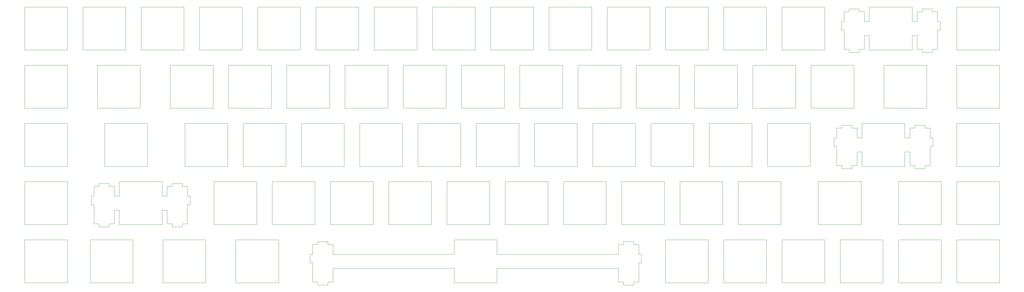
<source format=gbr>
G04 #@! TF.FileFunction,Other,ECO2*
%FSLAX46Y46*%
G04 Gerber Fmt 4.6, Leading zero omitted, Abs format (unit mm)*
G04 Created by KiCad (PCBNEW 4.0.2-stable) date Wednesday, August 24, 2016 'PMt' 02:45:41 PM*
%MOMM*%
G01*
G04 APERTURE LIST*
%ADD10C,0.020000*%
%ADD11C,0.100000*%
G04 APERTURE END LIST*
D10*
D11*
X406554200Y-169403200D02*
X406554200Y-155402500D01*
X420555200Y-169403200D02*
X406554200Y-169403200D01*
X420555200Y-155402500D02*
X420555200Y-169403200D01*
X406554200Y-155402500D02*
X420555200Y-155402500D01*
X349404200Y-169403200D02*
X349404200Y-155402500D01*
X363405200Y-169403200D02*
X349404200Y-169403200D01*
X363405200Y-155402500D02*
X363405200Y-169403200D01*
X349404200Y-155402500D02*
X363405200Y-155402500D01*
X330354200Y-169403200D02*
X330354200Y-155402500D01*
X344355200Y-169403200D02*
X330354200Y-169403200D01*
X344355200Y-155402500D02*
X344355200Y-169403200D01*
X330354200Y-155402500D02*
X344355200Y-155402500D01*
X311304200Y-169403200D02*
X311304200Y-155402500D01*
X325305200Y-169403200D02*
X311304200Y-169403200D01*
X325305200Y-155402500D02*
X325305200Y-169403200D01*
X311304200Y-155402500D02*
X325305200Y-155402500D01*
X292254200Y-169403200D02*
X292254200Y-155402500D01*
X306255200Y-169403200D02*
X292254200Y-169403200D01*
X306255200Y-155402500D02*
X306255200Y-169403200D01*
X292254200Y-155402500D02*
X306255200Y-155402500D01*
X273204200Y-169403200D02*
X273204200Y-155402500D01*
X287205200Y-169403200D02*
X273204200Y-169403200D01*
X287205200Y-155402500D02*
X287205200Y-169403200D01*
X273204200Y-155402500D02*
X287205200Y-155402500D01*
X254154200Y-169403200D02*
X254154200Y-155402500D01*
X268155200Y-169403200D02*
X254154200Y-169403200D01*
X268155200Y-155402500D02*
X268155200Y-169403200D01*
X254154200Y-155402500D02*
X268155200Y-155402500D01*
X235104200Y-169403200D02*
X235104200Y-155402500D01*
X249105200Y-169403200D02*
X235104200Y-169403200D01*
X249105200Y-155402500D02*
X249105200Y-169403200D01*
X235104200Y-155402500D02*
X249105200Y-155402500D01*
X216054200Y-169403200D02*
X216054200Y-155402500D01*
X230055200Y-169403200D02*
X216054200Y-169403200D01*
X230055200Y-155402500D02*
X230055200Y-169403200D01*
X216054200Y-155402500D02*
X230055200Y-155402500D01*
X197004500Y-169403200D02*
X197004500Y-155402500D01*
X211004200Y-169403200D02*
X197004500Y-169403200D01*
X211004200Y-155402500D02*
X211004200Y-169403200D01*
X197004500Y-155402500D02*
X211004200Y-155402500D01*
X177954500Y-169403200D02*
X177954500Y-155402500D01*
X191955200Y-169403200D02*
X177954500Y-169403200D01*
X191955200Y-155402500D02*
X191955200Y-169403200D01*
X177954500Y-155402500D02*
X191955200Y-155402500D01*
X158904500Y-169403200D02*
X158904500Y-155402500D01*
X172905200Y-169403200D02*
X158904500Y-169403200D01*
X172905200Y-155402500D02*
X172905200Y-169403200D01*
X158904500Y-155402500D02*
X172905200Y-155402500D01*
X139854500Y-169403200D02*
X139854500Y-155402500D01*
X153855200Y-169403200D02*
X139854500Y-169403200D01*
X153855200Y-155402500D02*
X153855200Y-169403200D01*
X139854500Y-155402500D02*
X153855200Y-155402500D01*
X120804500Y-169403200D02*
X120804500Y-155402500D01*
X134805200Y-169403200D02*
X120804500Y-169403200D01*
X134805200Y-155402500D02*
X134805200Y-169403200D01*
X120804500Y-155402500D02*
X134805200Y-155402500D01*
X101754470Y-169403200D02*
X101754470Y-155402500D01*
X115755400Y-169403200D02*
X101754470Y-169403200D01*
X115755400Y-155402500D02*
X115755400Y-169403200D01*
X101754470Y-155402500D02*
X115755400Y-155402500D01*
X391980200Y-155402500D02*
X377979200Y-155402500D01*
X391980200Y-160102900D02*
X391980200Y-155402500D01*
X393605200Y-160102900D02*
X391980200Y-160102900D01*
X393605200Y-156872900D02*
X393605200Y-160102900D01*
X395279200Y-156872900D02*
X393605200Y-156872900D01*
X395279200Y-155952100D02*
X395279200Y-156872900D01*
X398579200Y-155952100D02*
X395279200Y-155952100D01*
X398579200Y-156872900D02*
X398579200Y-155952100D01*
X400255200Y-156872900D02*
X398579200Y-156872900D01*
X400255200Y-160102900D02*
X400255200Y-156872900D01*
X401130200Y-160102900D02*
X400255200Y-160102900D01*
X401130200Y-162902900D02*
X401130200Y-160102900D01*
X400255200Y-162902900D02*
X401130200Y-162902900D01*
X400255200Y-169173200D02*
X400255200Y-162902900D01*
X398579200Y-169173200D02*
X400255200Y-169173200D01*
X398579200Y-170152800D02*
X398579200Y-169173200D01*
X395279200Y-170152800D02*
X398579200Y-170152800D01*
X395279200Y-169173200D02*
X395279200Y-170152800D01*
X393605200Y-169173200D02*
X395279200Y-169173200D01*
X393605200Y-164702800D02*
X393605200Y-169173200D01*
X391980200Y-164702800D02*
X393605200Y-164702800D01*
X391980200Y-169403200D02*
X391980200Y-164702800D01*
X377979200Y-169403200D02*
X391980200Y-169403200D01*
X377979200Y-164702800D02*
X377979200Y-169403200D01*
X376354200Y-164702800D02*
X377979200Y-164702800D01*
X376354200Y-169173200D02*
X376354200Y-164702800D01*
X374680200Y-169173200D02*
X376354200Y-169173200D01*
X374680200Y-170152800D02*
X374680200Y-169173200D01*
X371380200Y-170152800D02*
X374680200Y-170152800D01*
X371380200Y-169173200D02*
X371380200Y-170152800D01*
X369704200Y-169173200D02*
X371380200Y-169173200D01*
X369704200Y-162902900D02*
X369704200Y-169173200D01*
X368829200Y-162902900D02*
X369704200Y-162902900D01*
X368829200Y-160102900D02*
X368829200Y-162902900D01*
X369704200Y-160102900D02*
X368829200Y-160102900D01*
X369704200Y-156872900D02*
X369704200Y-160102900D01*
X371380200Y-156872900D02*
X369704200Y-156872900D01*
X371380200Y-155952100D02*
X371380200Y-156872900D01*
X374680200Y-155952100D02*
X371380200Y-155952100D01*
X374680200Y-156872900D02*
X374680200Y-155952100D01*
X376354200Y-156872900D02*
X374680200Y-156872900D01*
X376354200Y-160102900D02*
X376354200Y-156872900D01*
X377979200Y-160102900D02*
X376354200Y-160102900D01*
X377979200Y-155402500D02*
X377979200Y-160102900D01*
X406554200Y-188453200D02*
X406554200Y-174452500D01*
X420555200Y-188453200D02*
X406554200Y-188453200D01*
X420555200Y-174452500D02*
X420555200Y-188453200D01*
X406554200Y-174452500D02*
X420555200Y-174452500D01*
X382742200Y-188453200D02*
X382742200Y-174452500D01*
X396741200Y-188453200D02*
X382742200Y-188453200D01*
X396741200Y-174452500D02*
X396741200Y-188453200D01*
X382742200Y-174452500D02*
X396741200Y-174452500D01*
X358929200Y-188453200D02*
X358929200Y-174452500D01*
X372930200Y-188453200D02*
X358929200Y-188453200D01*
X372930200Y-174452500D02*
X372930200Y-188453200D01*
X358929200Y-174452500D02*
X372930200Y-174452500D01*
X339879200Y-188453200D02*
X339879200Y-174452500D01*
X353879200Y-188453200D02*
X339879200Y-188453200D01*
X353879200Y-174452500D02*
X353879200Y-188453200D01*
X339879200Y-174452500D02*
X353879200Y-174452500D01*
X320829200Y-188453200D02*
X320829200Y-174452500D01*
X334830200Y-188453200D02*
X320829200Y-188453200D01*
X334830200Y-174452500D02*
X334830200Y-188453200D01*
X320829200Y-174452500D02*
X334830200Y-174452500D01*
X301779200Y-188453200D02*
X301779200Y-174452500D01*
X315780200Y-188453200D02*
X301779200Y-188453200D01*
X315780200Y-174452500D02*
X315780200Y-188453200D01*
X301779200Y-174452500D02*
X315780200Y-174452500D01*
X282729200Y-188453200D02*
X282729200Y-174452500D01*
X296730200Y-188453200D02*
X282729200Y-188453200D01*
X296730200Y-174452500D02*
X296730200Y-188453200D01*
X282729200Y-174452500D02*
X296730200Y-174452500D01*
X263679200Y-188453200D02*
X263679200Y-174452500D01*
X277680200Y-188453200D02*
X263679200Y-188453200D01*
X277680200Y-174452500D02*
X277680200Y-188453200D01*
X263679200Y-174452500D02*
X277680200Y-174452500D01*
X244629200Y-188453200D02*
X244629200Y-174452500D01*
X258630200Y-188453200D02*
X244629200Y-188453200D01*
X258630200Y-174452500D02*
X258630200Y-188453200D01*
X244629200Y-174452500D02*
X258630200Y-174452500D01*
X225579200Y-188453200D02*
X225579200Y-174452500D01*
X239580200Y-188453200D02*
X225579200Y-188453200D01*
X239580200Y-174452500D02*
X239580200Y-188453200D01*
X225579200Y-174452500D02*
X239580200Y-174452500D01*
X206529200Y-188453200D02*
X206529200Y-174452500D01*
X220530200Y-188453200D02*
X206529200Y-188453200D01*
X220530200Y-174452500D02*
X220530200Y-188453200D01*
X206529200Y-174452500D02*
X220530200Y-174452500D01*
X187479500Y-188453200D02*
X187479500Y-174452500D01*
X201480200Y-188453200D02*
X187479500Y-188453200D01*
X201480200Y-174452500D02*
X201480200Y-188453200D01*
X187479500Y-174452500D02*
X201480200Y-174452500D01*
X168429500Y-188453200D02*
X168429500Y-174452500D01*
X182430200Y-188453200D02*
X168429500Y-188453200D01*
X182430200Y-174452500D02*
X182430200Y-188453200D01*
X168429500Y-174452500D02*
X182430200Y-174452500D01*
X149379500Y-188453200D02*
X149379500Y-174452500D01*
X163380200Y-188453200D02*
X149379500Y-188453200D01*
X163380200Y-174452500D02*
X163380200Y-188453200D01*
X149379500Y-174452500D02*
X163380200Y-174452500D01*
X125567000Y-188453200D02*
X125567000Y-174452500D01*
X139566300Y-188453200D02*
X125567000Y-188453200D01*
X139566300Y-174452500D02*
X139566300Y-188453200D01*
X125567000Y-174452500D02*
X139566300Y-174452500D01*
X101754470Y-188453200D02*
X101754470Y-174452500D01*
X115755400Y-188453200D02*
X101754470Y-188453200D01*
X115755400Y-174452500D02*
X115755400Y-188453200D01*
X101754470Y-174452500D02*
X115755400Y-174452500D01*
X406554200Y-207503200D02*
X406554200Y-193502500D01*
X420555200Y-207503200D02*
X406554200Y-207503200D01*
X420555200Y-193502500D02*
X420555200Y-207503200D01*
X406554200Y-193502500D02*
X420555200Y-193502500D01*
X344642200Y-207503200D02*
X344642200Y-193502500D01*
X358641200Y-207503200D02*
X344642200Y-207503200D01*
X358641200Y-193502500D02*
X358641200Y-207503200D01*
X344642200Y-193502500D02*
X358641200Y-193502500D01*
X325592200Y-207503200D02*
X325592200Y-193502500D01*
X339591200Y-207503200D02*
X325592200Y-207503200D01*
X339591200Y-193502500D02*
X339591200Y-207503200D01*
X325592200Y-193502500D02*
X339591200Y-193502500D01*
X306542200Y-207503200D02*
X306542200Y-193502500D01*
X320541200Y-207503200D02*
X306542200Y-207503200D01*
X320541200Y-193502500D02*
X320541200Y-207503200D01*
X306542200Y-193502500D02*
X320541200Y-193502500D01*
X287492200Y-207503200D02*
X287492200Y-193502500D01*
X301491200Y-207503200D02*
X287492200Y-207503200D01*
X301491200Y-193502500D02*
X301491200Y-207503200D01*
X287492200Y-193502500D02*
X301491200Y-193502500D01*
X268442200Y-207503200D02*
X268442200Y-193502500D01*
X282441200Y-207503200D02*
X268442200Y-207503200D01*
X282441200Y-193502500D02*
X282441200Y-207503200D01*
X268442200Y-193502500D02*
X282441200Y-193502500D01*
X249392200Y-207503200D02*
X249392200Y-193502500D01*
X263391200Y-207503200D02*
X249392200Y-207503200D01*
X263391200Y-193502500D02*
X263391200Y-207503200D01*
X249392200Y-193502500D02*
X263391200Y-193502500D01*
X230342200Y-207503200D02*
X230342200Y-193502500D01*
X244341200Y-207503200D02*
X230342200Y-207503200D01*
X244341200Y-193502500D02*
X244341200Y-207503200D01*
X230342200Y-193502500D02*
X244341200Y-193502500D01*
X211292200Y-207503200D02*
X211292200Y-193502500D01*
X225291200Y-207503200D02*
X211292200Y-207503200D01*
X225291200Y-193502500D02*
X225291200Y-207503200D01*
X211292200Y-193502500D02*
X225291200Y-193502500D01*
X192242000Y-207503200D02*
X192242000Y-193502500D01*
X206241200Y-207503200D02*
X192242000Y-207503200D01*
X206241200Y-193502500D02*
X206241200Y-207503200D01*
X192242000Y-193502500D02*
X206241200Y-193502500D01*
X173192000Y-207503200D02*
X173192000Y-193502500D01*
X187191300Y-207503200D02*
X173192000Y-207503200D01*
X187191300Y-193502500D02*
X187191300Y-207503200D01*
X173192000Y-193502500D02*
X187191300Y-193502500D01*
X154142000Y-207503200D02*
X154142000Y-193502500D01*
X168141300Y-207503200D02*
X154142000Y-207503200D01*
X168141300Y-193502500D02*
X168141300Y-207503200D01*
X154142000Y-193502500D02*
X168141300Y-193502500D01*
X127948200Y-207503200D02*
X127948200Y-193502500D01*
X141947500Y-207503200D02*
X127948200Y-207503200D01*
X141947500Y-193502500D02*
X141947500Y-207503200D01*
X127948200Y-193502500D02*
X141947500Y-193502500D01*
X101754470Y-207503200D02*
X101754470Y-193502500D01*
X115755400Y-207503200D02*
X101754470Y-207503200D01*
X115755400Y-193502500D02*
X115755400Y-207503200D01*
X101754470Y-193502500D02*
X115755400Y-193502500D01*
X389597200Y-193502500D02*
X375598200Y-193502500D01*
X389597200Y-198202900D02*
X389597200Y-193502500D01*
X391222200Y-198202900D02*
X389597200Y-198202900D01*
X391222200Y-194972900D02*
X391222200Y-198202900D01*
X392898200Y-194972900D02*
X391222200Y-194972900D01*
X392898200Y-194052100D02*
X392898200Y-194972900D01*
X396198200Y-194052100D02*
X392898200Y-194052100D01*
X396198200Y-194972900D02*
X396198200Y-194052100D01*
X397873200Y-194972900D02*
X396198200Y-194972900D01*
X397873200Y-198202900D02*
X397873200Y-194972900D01*
X398748200Y-198202900D02*
X397873200Y-198202900D01*
X398748200Y-201002900D02*
X398748200Y-198202900D01*
X397873200Y-201002900D02*
X398748200Y-201002900D01*
X397873200Y-207271800D02*
X397873200Y-201002900D01*
X396198200Y-207271800D02*
X397873200Y-207271800D01*
X396198200Y-208252800D02*
X396198200Y-207271800D01*
X392898200Y-208252800D02*
X396198200Y-208252800D01*
X392898200Y-207271800D02*
X392898200Y-208252800D01*
X391222200Y-207271800D02*
X392898200Y-207271800D01*
X391222200Y-202802800D02*
X391222200Y-207271800D01*
X389597200Y-202802800D02*
X391222200Y-202802800D01*
X389597200Y-207503200D02*
X389597200Y-202802800D01*
X375598200Y-207503200D02*
X389597200Y-207503200D01*
X375598200Y-202802800D02*
X375598200Y-207503200D01*
X373973200Y-202802800D02*
X375598200Y-202802800D01*
X373973200Y-207271800D02*
X373973200Y-202802800D01*
X372297200Y-207271800D02*
X373973200Y-207271800D01*
X372297200Y-208252800D02*
X372297200Y-207271800D01*
X368997200Y-208252800D02*
X372297200Y-208252800D01*
X368997200Y-207271800D02*
X368997200Y-208252800D01*
X367323200Y-207271800D02*
X368997200Y-207271800D01*
X367323200Y-201002900D02*
X367323200Y-207271800D01*
X366448200Y-201002900D02*
X367323200Y-201002900D01*
X366448200Y-198202900D02*
X366448200Y-201002900D01*
X367323200Y-198202900D02*
X366448200Y-198202900D01*
X367323200Y-194972900D02*
X367323200Y-198202900D01*
X368997200Y-194972900D02*
X367323200Y-194972900D01*
X368997200Y-194052100D02*
X368997200Y-194972900D01*
X372297200Y-194052100D02*
X368997200Y-194052100D01*
X372297200Y-194972900D02*
X372297200Y-194052100D01*
X373973200Y-194972900D02*
X372297200Y-194972900D01*
X373973200Y-198202900D02*
X373973200Y-194972900D01*
X375598200Y-198202900D02*
X373973200Y-198202900D01*
X375598200Y-193502500D02*
X375598200Y-198202900D01*
X406554200Y-226553200D02*
X406554200Y-212552500D01*
X420555200Y-226553200D02*
X406554200Y-226553200D01*
X420555200Y-212552500D02*
X420555200Y-226553200D01*
X406554200Y-212552500D02*
X420555200Y-212552500D01*
X387504200Y-226553200D02*
X387504200Y-212552500D01*
X401505200Y-226553200D02*
X387504200Y-226553200D01*
X401505200Y-212552500D02*
X401505200Y-226553200D01*
X387504200Y-212552500D02*
X401505200Y-212552500D01*
X361311200Y-226553200D02*
X361311200Y-212552500D01*
X375311200Y-226553200D02*
X361311200Y-226553200D01*
X375311200Y-212552500D02*
X375311200Y-226553200D01*
X361311200Y-212552500D02*
X375311200Y-212552500D01*
X335117200Y-226553200D02*
X335117200Y-212552500D01*
X349116200Y-226553200D02*
X335117200Y-226553200D01*
X349116200Y-212552500D02*
X349116200Y-226553200D01*
X335117200Y-212552500D02*
X349116200Y-212552500D01*
X316067200Y-226553200D02*
X316067200Y-212552500D01*
X330066200Y-226553200D02*
X316067200Y-226553200D01*
X330066200Y-212552500D02*
X330066200Y-226553200D01*
X316067200Y-212552500D02*
X330066200Y-212552500D01*
X297017200Y-226553200D02*
X297017200Y-212552500D01*
X311016200Y-226553200D02*
X297017200Y-226553200D01*
X311016200Y-212552500D02*
X311016200Y-226553200D01*
X297017200Y-212552500D02*
X311016200Y-212552500D01*
X277967200Y-226553200D02*
X277967200Y-212552500D01*
X291966200Y-226553200D02*
X277967200Y-226553200D01*
X291966200Y-212552500D02*
X291966200Y-226553200D01*
X277967200Y-212552500D02*
X291966200Y-212552500D01*
X258917200Y-226553200D02*
X258917200Y-212552500D01*
X272916200Y-226553200D02*
X258917200Y-226553200D01*
X272916200Y-212552500D02*
X272916200Y-226553200D01*
X258917200Y-212552500D02*
X272916200Y-212552500D01*
X239867200Y-226553200D02*
X239867200Y-212552500D01*
X253866200Y-226553200D02*
X239867200Y-226553200D01*
X253866200Y-212552500D02*
X253866200Y-226553200D01*
X239867200Y-212552500D02*
X253866200Y-212552500D01*
X220817200Y-226553200D02*
X220817200Y-212552500D01*
X234816200Y-226553200D02*
X220817200Y-226553200D01*
X234816200Y-212552500D02*
X234816200Y-226553200D01*
X220817200Y-212552500D02*
X234816200Y-212552500D01*
X201767200Y-226553200D02*
X201767200Y-212552500D01*
X215766200Y-226553200D02*
X201767200Y-226553200D01*
X215766200Y-212552500D02*
X215766200Y-226553200D01*
X201767200Y-212552500D02*
X215766200Y-212552500D01*
X182717000Y-226553200D02*
X182717000Y-212552500D01*
X196716300Y-226553200D02*
X182717000Y-226553200D01*
X196716300Y-212552500D02*
X196716300Y-226553200D01*
X182717000Y-212552500D02*
X196716300Y-212552500D01*
X163667000Y-226553200D02*
X163667000Y-212552500D01*
X177666300Y-226553200D02*
X163667000Y-226553200D01*
X177666300Y-212552500D02*
X177666300Y-226553200D01*
X163667000Y-212552500D02*
X177666300Y-212552500D01*
X101754470Y-226553200D02*
X101754470Y-212552500D01*
X115755400Y-226553200D02*
X101754470Y-226553200D01*
X115755400Y-212552500D02*
X115755400Y-226553200D01*
X101754470Y-212552500D02*
X115755400Y-212552500D01*
X146711500Y-212552500D02*
X132710700Y-212552500D01*
X146711500Y-217252800D02*
X146711500Y-212552500D01*
X148336400Y-217252800D02*
X146711500Y-217252800D01*
X148336400Y-214022700D02*
X148336400Y-217252800D01*
X150010600Y-214022700D02*
X148336400Y-214022700D01*
X150010600Y-213102200D02*
X150010600Y-214022700D01*
X153310900Y-213102200D02*
X150010600Y-213102200D01*
X153310900Y-214022700D02*
X153310900Y-213102200D01*
X154985500Y-214022700D02*
X153310900Y-214022700D01*
X154985500Y-217252800D02*
X154985500Y-214022700D01*
X155860400Y-217252800D02*
X154985500Y-217252800D01*
X155860400Y-220053000D02*
X155860400Y-217252800D01*
X154985500Y-220053000D02*
X155860400Y-220053000D01*
X154985500Y-226323100D02*
X154985500Y-220053000D01*
X153310900Y-226323100D02*
X154985500Y-226323100D01*
X153310900Y-227302900D02*
X153310900Y-226323100D01*
X150010600Y-227302900D02*
X153310900Y-227302900D01*
X150010600Y-226323100D02*
X150010600Y-227302900D01*
X148336400Y-226323100D02*
X150010600Y-226323100D01*
X148336400Y-221852700D02*
X148336400Y-226323100D01*
X146711500Y-221852700D02*
X148336400Y-221852700D01*
X146711500Y-226553200D02*
X146711500Y-221852700D01*
X132710700Y-226553200D02*
X146711500Y-226553200D01*
X132710700Y-221852700D02*
X132710700Y-226553200D01*
X131086000Y-221852700D02*
X132710700Y-221852700D01*
X131086000Y-226323100D02*
X131086000Y-221852700D01*
X129410300Y-226323100D02*
X131086000Y-226323100D01*
X129410300Y-227302900D02*
X129410300Y-226323100D01*
X126111300Y-227302900D02*
X129410300Y-227302900D01*
X126111300Y-226323100D02*
X126111300Y-227302900D01*
X124435600Y-226323100D02*
X126111300Y-226323100D01*
X124435600Y-220053000D02*
X124435600Y-226323100D01*
X123560600Y-220053000D02*
X124435600Y-220053000D01*
X123560600Y-217252800D02*
X123560600Y-220053000D01*
X124435600Y-217252800D02*
X123560600Y-217252800D01*
X124435600Y-214022700D02*
X124435600Y-217252800D01*
X126111300Y-214022700D02*
X124435600Y-214022700D01*
X126111300Y-213102200D02*
X126111300Y-214022700D01*
X129410300Y-213102200D02*
X126111300Y-213102200D01*
X129410300Y-214022700D02*
X129410300Y-213102200D01*
X131086000Y-214022700D02*
X129410300Y-214022700D01*
X131086000Y-217252800D02*
X131086000Y-214022700D01*
X132710700Y-217252800D02*
X131086000Y-217252800D01*
X132710700Y-212552500D02*
X132710700Y-217252800D01*
X406554200Y-245603230D02*
X406554200Y-231602300D01*
X420555200Y-245603230D02*
X406554200Y-245603230D01*
X420555200Y-231602300D02*
X420555200Y-245603230D01*
X406554200Y-231602300D02*
X420555200Y-231602300D01*
X387504200Y-245603230D02*
X387504200Y-231602300D01*
X401505200Y-245603230D02*
X387504200Y-245603230D01*
X401505200Y-231602300D02*
X401505200Y-245603230D01*
X387504200Y-231602300D02*
X401505200Y-231602300D01*
X368454200Y-245603230D02*
X368454200Y-231602300D01*
X382455200Y-245603230D02*
X368454200Y-245603230D01*
X382455200Y-231602300D02*
X382455200Y-245603230D01*
X368454200Y-231602300D02*
X382455200Y-231602300D01*
X349404200Y-245603230D02*
X349404200Y-231602300D01*
X363405200Y-245603230D02*
X349404200Y-245603230D01*
X363405200Y-231602300D02*
X363405200Y-245603230D01*
X349404200Y-231602300D02*
X363405200Y-231602300D01*
X330354200Y-245603230D02*
X330354200Y-231602300D01*
X344355200Y-245603230D02*
X330354200Y-245603230D01*
X344355200Y-231602300D02*
X344355200Y-245603230D01*
X330354200Y-231602300D02*
X344355200Y-231602300D01*
X311304200Y-245603230D02*
X311304200Y-231602300D01*
X325305200Y-245603230D02*
X311304200Y-245603230D01*
X325305200Y-231602300D02*
X325305200Y-245603230D01*
X311304200Y-231602300D02*
X325305200Y-231602300D01*
X170810800Y-245603230D02*
X170810800Y-231602300D01*
X184811500Y-245603230D02*
X170810800Y-245603230D01*
X184811500Y-231602300D02*
X184811500Y-245603230D01*
X170810800Y-231602300D02*
X184811500Y-231602300D01*
X146998300Y-245603230D02*
X146998300Y-231602300D01*
X160997500Y-245603230D02*
X146998300Y-245603230D01*
X160997500Y-231602300D02*
X160997500Y-245603230D01*
X146998300Y-231602300D02*
X160997500Y-231602300D01*
X123185700Y-245603230D02*
X123185700Y-231602300D01*
X137186500Y-245603230D02*
X123185700Y-245603230D01*
X137186500Y-231602300D02*
X137186500Y-245603230D01*
X123185700Y-231602300D02*
X137186500Y-231602300D01*
X101754470Y-245603230D02*
X101754470Y-231602300D01*
X115755400Y-245603230D02*
X101754470Y-245603230D01*
X115755400Y-231602300D02*
X115755400Y-245603230D01*
X101754470Y-231602300D02*
X115755400Y-231602300D01*
X256247200Y-231602300D02*
X242248200Y-231602300D01*
X256247200Y-236302800D02*
X256247200Y-231602300D01*
X295923200Y-236302800D02*
X256247200Y-236302800D01*
X295923200Y-233072700D02*
X295923200Y-236302800D01*
X297598200Y-233072700D02*
X295923200Y-233072700D01*
X297598200Y-232152200D02*
X297598200Y-233072700D01*
X300897200Y-232152200D02*
X297598200Y-232152200D01*
X300897200Y-233072700D02*
X300897200Y-232152200D01*
X302573200Y-233072700D02*
X300897200Y-233072700D01*
X302573200Y-236302800D02*
X302573200Y-233072700D01*
X303448200Y-236302800D02*
X302573200Y-236302800D01*
X303448200Y-239103010D02*
X303448200Y-236302800D01*
X302573200Y-239103010D02*
X303448200Y-239103010D01*
X302573200Y-245371720D02*
X302573200Y-239103010D01*
X300897200Y-245371720D02*
X302573200Y-245371720D01*
X300897200Y-246352880D02*
X300897200Y-245371720D01*
X297598200Y-246352880D02*
X300897200Y-246352880D01*
X297598200Y-245371720D02*
X297598200Y-246352880D01*
X295923200Y-245371720D02*
X297598200Y-245371720D01*
X295923200Y-240901360D02*
X295923200Y-245371720D01*
X256247200Y-240901360D02*
X295923200Y-240901360D01*
X256247200Y-245603230D02*
X256247200Y-240901360D01*
X242248200Y-245603230D02*
X256247200Y-245603230D01*
X242248200Y-240901360D02*
X242248200Y-245603230D01*
X202573200Y-240901360D02*
X242248200Y-240901360D01*
X202573200Y-245371720D02*
X202573200Y-240901360D01*
X200897200Y-245371720D02*
X202573200Y-245371720D01*
X200897200Y-246352880D02*
X200897200Y-245371720D01*
X197598200Y-246352880D02*
X200897200Y-246352880D01*
X197598200Y-245371720D02*
X197598200Y-246352880D01*
X195922600Y-245371720D02*
X197598200Y-245371720D01*
X195922600Y-239103010D02*
X195922600Y-245371720D01*
X195047700Y-239103010D02*
X195922600Y-239103010D01*
X195047700Y-236302800D02*
X195047700Y-239103010D01*
X195922600Y-236302800D02*
X195047700Y-236302800D01*
X195922600Y-233072700D02*
X195922600Y-236302800D01*
X197598200Y-233072700D02*
X195922600Y-233072700D01*
X197598200Y-232152200D02*
X197598200Y-233072700D01*
X200897200Y-232152200D02*
X197598200Y-232152200D01*
X200897200Y-233072700D02*
X200897200Y-232152200D01*
X202573200Y-233072700D02*
X200897200Y-233072700D01*
X202573200Y-236302800D02*
X202573200Y-233072700D01*
X242248200Y-236302800D02*
X202573200Y-236302800D01*
X242248200Y-231602300D02*
X242248200Y-236302800D01*
M02*

</source>
